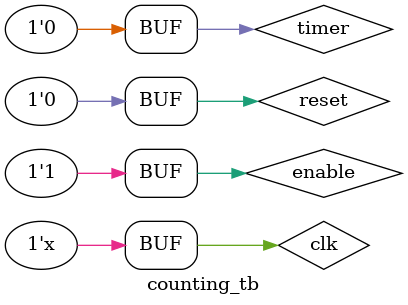
<source format=v>
`timescale 1ns / 1ps

module counting_tb;

  
    reg timer;
    reg reset;
    reg enable;
    wire [5:0] minutes;
    wire [5:0] seconds;
    reg clk;
   

    counting uut (
        .timer(clk),
        .reset(reset),
        .enable(enable),
        .minutes(minutes),
        .seconds(seconds)
    );

    // Clock generation
 
   


    // Test stimulus
    initial begin
       
       reset = 0;
       enable = 1;
       clk = 0;
       timer = 0;
       #100;
        // Reset signals
      



   
    end
    
   always #(1) clk = ~clk;


endmodule

</source>
